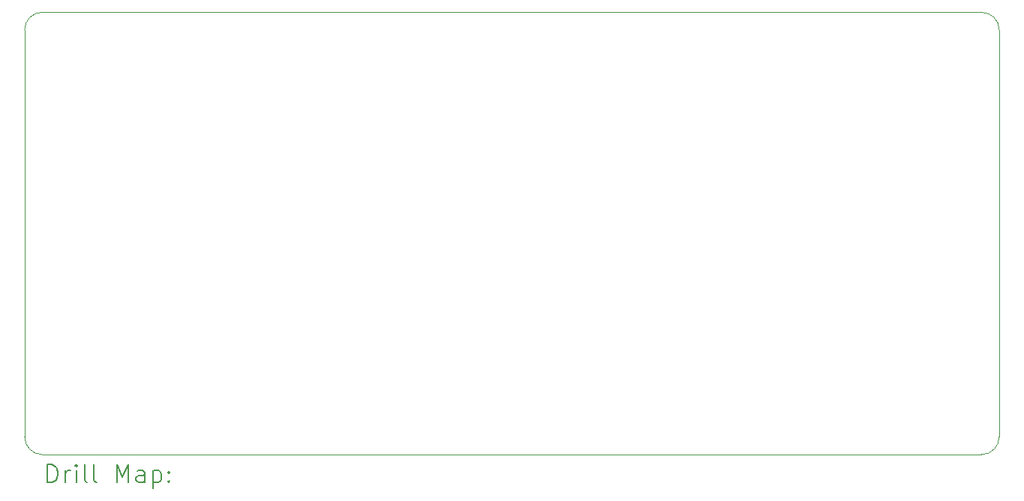
<source format=gbr>
%TF.GenerationSoftware,KiCad,Pcbnew,8.0.8*%
%TF.CreationDate,2025-01-31T08:37:13-06:00*%
%TF.ProjectId,delay_pedal,64656c61-795f-4706-9564-616c2e6b6963,rev?*%
%TF.SameCoordinates,Original*%
%TF.FileFunction,Drillmap*%
%TF.FilePolarity,Positive*%
%FSLAX45Y45*%
G04 Gerber Fmt 4.5, Leading zero omitted, Abs format (unit mm)*
G04 Created by KiCad (PCBNEW 8.0.8) date 2025-01-31 08:37:13*
%MOMM*%
%LPD*%
G01*
G04 APERTURE LIST*
%ADD10C,0.050000*%
%ADD11C,0.200000*%
G04 APERTURE END LIST*
D10*
X9691421Y-7491421D02*
X20291421Y-7491421D01*
X9491421Y-7691421D02*
G75*
G02*
X9691421Y-7491421I199999J1D01*
G01*
X20291421Y-7491421D02*
G75*
G02*
X20491419Y-7691421I-1J-199999D01*
G01*
X20491421Y-7691421D02*
X20491421Y-12291421D01*
X9491421Y-12291421D02*
X9491421Y-7691421D01*
X20291421Y-12491421D02*
X9691421Y-12491421D01*
X9691421Y-12491421D02*
G75*
G02*
X9491419Y-12291421I-1J200001D01*
G01*
X20491421Y-12291421D02*
G75*
G02*
X20291421Y-12491421I-200001J1D01*
G01*
D11*
X9749698Y-12805405D02*
X9749698Y-12605405D01*
X9749698Y-12605405D02*
X9797317Y-12605405D01*
X9797317Y-12605405D02*
X9825889Y-12614929D01*
X9825889Y-12614929D02*
X9844936Y-12633977D01*
X9844936Y-12633977D02*
X9854460Y-12653024D01*
X9854460Y-12653024D02*
X9863984Y-12691119D01*
X9863984Y-12691119D02*
X9863984Y-12719691D01*
X9863984Y-12719691D02*
X9854460Y-12757786D01*
X9854460Y-12757786D02*
X9844936Y-12776834D01*
X9844936Y-12776834D02*
X9825889Y-12795881D01*
X9825889Y-12795881D02*
X9797317Y-12805405D01*
X9797317Y-12805405D02*
X9749698Y-12805405D01*
X9949698Y-12805405D02*
X9949698Y-12672072D01*
X9949698Y-12710167D02*
X9959222Y-12691119D01*
X9959222Y-12691119D02*
X9968746Y-12681596D01*
X9968746Y-12681596D02*
X9987793Y-12672072D01*
X9987793Y-12672072D02*
X10006841Y-12672072D01*
X10073508Y-12805405D02*
X10073508Y-12672072D01*
X10073508Y-12605405D02*
X10063984Y-12614929D01*
X10063984Y-12614929D02*
X10073508Y-12624453D01*
X10073508Y-12624453D02*
X10083032Y-12614929D01*
X10083032Y-12614929D02*
X10073508Y-12605405D01*
X10073508Y-12605405D02*
X10073508Y-12624453D01*
X10197317Y-12805405D02*
X10178270Y-12795881D01*
X10178270Y-12795881D02*
X10168746Y-12776834D01*
X10168746Y-12776834D02*
X10168746Y-12605405D01*
X10302079Y-12805405D02*
X10283032Y-12795881D01*
X10283032Y-12795881D02*
X10273508Y-12776834D01*
X10273508Y-12776834D02*
X10273508Y-12605405D01*
X10530651Y-12805405D02*
X10530651Y-12605405D01*
X10530651Y-12605405D02*
X10597317Y-12748262D01*
X10597317Y-12748262D02*
X10663984Y-12605405D01*
X10663984Y-12605405D02*
X10663984Y-12805405D01*
X10844936Y-12805405D02*
X10844936Y-12700643D01*
X10844936Y-12700643D02*
X10835413Y-12681596D01*
X10835413Y-12681596D02*
X10816365Y-12672072D01*
X10816365Y-12672072D02*
X10778270Y-12672072D01*
X10778270Y-12672072D02*
X10759222Y-12681596D01*
X10844936Y-12795881D02*
X10825889Y-12805405D01*
X10825889Y-12805405D02*
X10778270Y-12805405D01*
X10778270Y-12805405D02*
X10759222Y-12795881D01*
X10759222Y-12795881D02*
X10749698Y-12776834D01*
X10749698Y-12776834D02*
X10749698Y-12757786D01*
X10749698Y-12757786D02*
X10759222Y-12738738D01*
X10759222Y-12738738D02*
X10778270Y-12729215D01*
X10778270Y-12729215D02*
X10825889Y-12729215D01*
X10825889Y-12729215D02*
X10844936Y-12719691D01*
X10940174Y-12672072D02*
X10940174Y-12872072D01*
X10940174Y-12681596D02*
X10959222Y-12672072D01*
X10959222Y-12672072D02*
X10997317Y-12672072D01*
X10997317Y-12672072D02*
X11016365Y-12681596D01*
X11016365Y-12681596D02*
X11025889Y-12691119D01*
X11025889Y-12691119D02*
X11035413Y-12710167D01*
X11035413Y-12710167D02*
X11035413Y-12767310D01*
X11035413Y-12767310D02*
X11025889Y-12786357D01*
X11025889Y-12786357D02*
X11016365Y-12795881D01*
X11016365Y-12795881D02*
X10997317Y-12805405D01*
X10997317Y-12805405D02*
X10959222Y-12805405D01*
X10959222Y-12805405D02*
X10940174Y-12795881D01*
X11121127Y-12786357D02*
X11130651Y-12795881D01*
X11130651Y-12795881D02*
X11121127Y-12805405D01*
X11121127Y-12805405D02*
X11111603Y-12795881D01*
X11111603Y-12795881D02*
X11121127Y-12786357D01*
X11121127Y-12786357D02*
X11121127Y-12805405D01*
X11121127Y-12681596D02*
X11130651Y-12691119D01*
X11130651Y-12691119D02*
X11121127Y-12700643D01*
X11121127Y-12700643D02*
X11111603Y-12691119D01*
X11111603Y-12691119D02*
X11121127Y-12681596D01*
X11121127Y-12681596D02*
X11121127Y-12700643D01*
M02*

</source>
